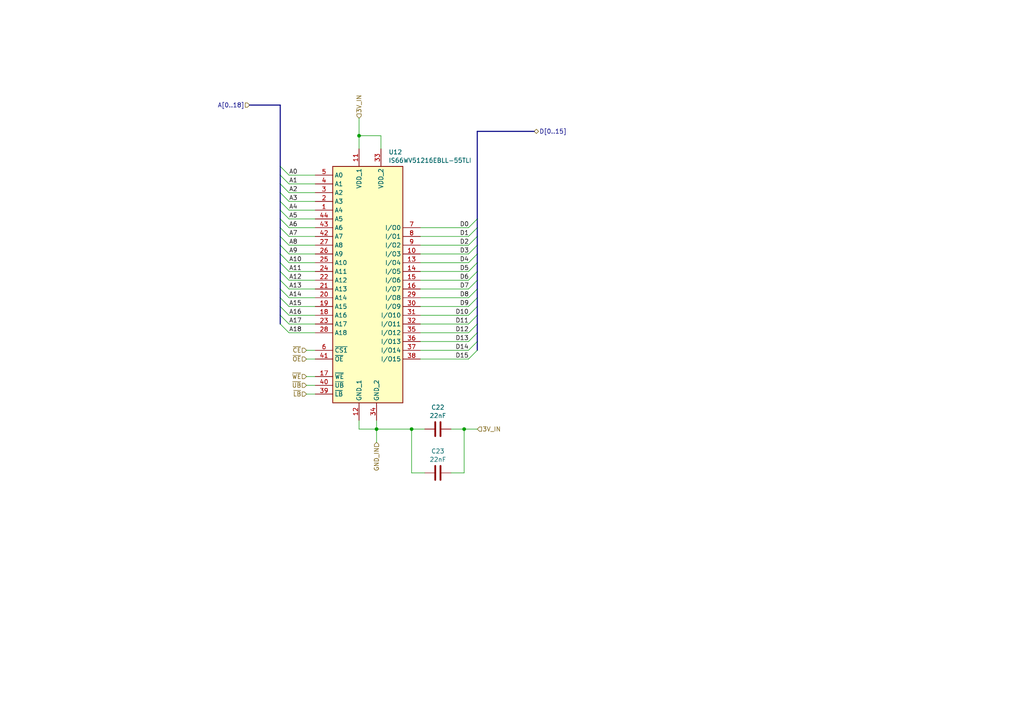
<source format=kicad_sch>
(kicad_sch (version 20231120) (generator "eeschema") (generator_version "8.0")
  (paper "A4")
  (title_block (title "SRAM connected to buses"))
  (lib_symbols
    (symbol "Device:C" (pin_numbers hide) (pin_names (offset 0.254))
      (property "Reference" "C" (at 0.635 2.54 0))
      (property "Value" "C" (at 0.635 -2.54 0))
      (symbol "C_0_1"
        (polyline (pts (xy -2.032 -0.762) (xy 2.032 -0.762)) (stroke (width 0.508)))
        (polyline (pts (xy -2.032 0.762) (xy 2.032 0.762)) (stroke (width 0.508)))
      )
      (symbol "C_1_1"
        (pin passive line (at 0 3.81 270) (length 2.794) (name "~") (number "1"))
        (pin passive line (at 0 -3.81 90) (length 2.794) (name "~") (number "2"))
      )
    )
    (symbol "IS66WV51216EBLL-55TLI:IS66WV51216EBLL-55TLI"
      (property "Reference" "IC" (at 26.67 7.62 0))
      (property "Value" "IS66WV51216EBLL-55TLI" (at 26.67 5.08 0))
      (symbol "IS66WV51216EBLL-55TLI_1_1"
        (rectangle (start 5.08 2.54) (end 25.4 -66.04) (stroke (width 0.254)) (fill (type background)))
        (pin passive line (at 0 -10.16 0) (length 5.08) (name "A4") (number "1"))
        (pin bidirectional line (at 30.48 -22.86 180) (length 5.08) (name "I/O3") (number "10"))
        (pin passive line (at 12.7 7.62 270) (length 5.08) (name "VDD_1") (number "11"))
        (pin passive line (at 12.7 -71.12 90) (length 5.08) (name "GND_1") (number "12"))
        (pin bidirectional line (at 30.48 -25.4 180) (length 5.08) (name "I/O4") (number "13"))
        (pin bidirectional line (at 30.48 -27.94 180) (length 5.08) (name "I/O5") (number "14"))
        (pin bidirectional line (at 30.48 -30.48 180) (length 5.08) (name "I/O6") (number "15"))
        (pin bidirectional line (at 30.48 -33.02 180) (length 5.08) (name "I/O7") (number "16"))
        (pin passive line (at 0 -58.42 0) (length 5.08) (name "~{WE}") (number "17"))
        (pin passive line (at 0 -40.64 0) (length 5.08) (name "A16") (number "18"))
        (pin passive line (at 0 -38.1 0) (length 5.08) (name "A15") (number "19"))
        (pin passive line (at 0 -7.62 0) (length 5.08) (name "A3") (number "2"))
        (pin passive line (at 0 -35.56 0) (length 5.08) (name "A14") (number "20"))
        (pin passive line (at 0 -33.02 0) (length 5.08) (name "A13") (number "21"))
        (pin passive line (at 0 -30.48 0) (length 5.08) (name "A12") (number "22"))
        (pin passive line (at 0 -43.18 0) (length 5.08) (name "A17") (number "23"))
        (pin passive line (at 0 -27.94 0) (length 5.08) (name "A11") (number "24"))
        (pin passive line (at 0 -25.4 0) (length 5.08) (name "A10") (number "25"))
        (pin passive line (at 0 -22.86 0) (length 5.08) (name "A9") (number "26"))
        (pin passive line (at 0 -20.32 0) (length 5.08) (name "A8") (number "27"))
        (pin passive line (at 0 -45.72 0) (length 5.08) (name "A18") (number "28"))
        (pin bidirectional line (at 30.48 -35.56 180) (length 5.08) (name "I/O8") (number "29"))
        (pin passive line (at 0 -5.08 0) (length 5.08) (name "A2") (number "3"))
        (pin bidirectional line (at 30.48 -38.1 180) (length 5.08) (name "I/O9") (number "30"))
        (pin bidirectional line (at 30.48 -40.64 180) (length 5.08) (name "I/O10") (number "31"))
        (pin bidirectional line (at 30.48 -43.18 180) (length 5.08) (name "I/O11") (number "32"))
        (pin passive line (at 19.05 7.62 270) (length 5.08) (name "VDD_2") (number "33"))
        (pin passive line (at 17.78 -71.12 90) (length 5.08) (name "GND_2") (number "34"))
        (pin bidirectional line (at 30.48 -45.72 180) (length 5.08) (name "I/O12") (number "35"))
        (pin bidirectional line (at 30.48 -48.26 180) (length 5.08) (name "I/O13") (number "36"))
        (pin bidirectional line (at 30.48 -50.8 180) (length 5.08) (name "I/O14") (number "37"))
        (pin bidirectional line (at 30.48 -53.34 180) (length 5.08) (name "I/O15") (number "38"))
        (pin passive line (at 0 -63.5 0) (length 5.08) (name "~{LB}") (number "39"))
        (pin passive line (at 0 -2.54 0) (length 5.08) (name "A1") (number "4"))
        (pin passive line (at 0 -60.96 0) (length 5.08) (name "~{UB}") (number "40"))
        (pin passive line (at 0 -53.34 0) (length 5.08) (name "~{OE}") (number "41"))
        (pin passive line (at 0 -17.78 0) (length 5.08) (name "A7") (number "42"))
        (pin passive line (at 0 -15.24 0) (length 5.08) (name "A6") (number "43"))
        (pin passive line (at 0 -12.7 0) (length 5.08) (name "A5") (number "44"))
        (pin passive line (at 0 0 0) (length 5.08) (name "A0") (number "5"))
        (pin passive line (at 0 -50.8 0) (length 5.08) (name "~{CS1}") (number "6"))
        (pin bidirectional line (at 30.48 -15.24 180) (length 5.08) (name "I/O0") (number "7"))
        (pin bidirectional line (at 30.48 -17.78 180) (length 5.08) (name "I/O1") (number "8"))
        (pin bidirectional line (at 30.48 -20.32 180) (length 5.08) (name "I/O2") (number "9"))
      )
    )
  )
  (junction (at 109.22 124.46))
  (junction (at 119.38 124.46))
  (junction (at 134.62 124.46))
  (junction (at 104.14 39.37))
  (bus_entry (at 138.43 96.52) (size -2.54 2.54))
  (bus_entry (at 81.28 93.98) (size 2.54 2.54))
  (bus_entry (at 81.28 63.5) (size 2.54 2.54))
  (bus_entry (at 138.43 88.9) (size -2.54 2.54))
  (bus_entry (at 138.43 101.6) (size -2.54 2.54))
  (bus_entry (at 138.43 86.36) (size -2.54 2.54))
  (bus_entry (at 81.28 68.58) (size 2.54 2.54))
  (bus_entry (at 81.28 88.9) (size 2.54 2.54))
  (bus_entry (at 81.28 91.44) (size 2.54 2.54))
  (bus_entry (at 81.28 53.34) (size 2.54 2.54))
  (bus_entry (at 81.28 73.66) (size 2.54 2.54))
  (bus_entry (at 138.43 81.28) (size -2.54 2.54))
  (bus_entry (at 138.43 93.98) (size -2.54 2.54))
  (bus_entry (at 81.28 48.26) (size 2.54 2.54))
  (bus_entry (at 81.28 71.12) (size 2.54 2.54))
  (bus_entry (at 138.43 78.74) (size -2.54 2.54))
  (bus_entry (at 138.43 66.04) (size -2.54 2.54))
  (bus_entry (at 138.43 71.12) (size -2.54 2.54))
  (bus_entry (at 81.28 60.96) (size 2.54 2.54))
  (bus_entry (at 81.28 58.42) (size 2.54 2.54))
  (bus_entry (at 138.43 63.5) (size -2.54 2.54))
  (bus_entry (at 81.28 66.04) (size 2.54 2.54))
  (bus_entry (at 81.28 50.8) (size 2.54 2.54))
  (bus_entry (at 81.28 78.74) (size 2.54 2.54))
  (bus_entry (at 81.28 83.82) (size 2.54 2.54))
  (bus_entry (at 138.43 83.82) (size -2.54 2.54))
  (bus_entry (at 138.43 73.66) (size -2.54 2.54))
  (bus_entry (at 138.43 91.44) (size -2.54 2.54))
  (bus_entry (at 81.28 76.2) (size 2.54 2.54))
  (bus_entry (at 138.43 76.2) (size -2.54 2.54))
  (bus_entry (at 81.28 81.28) (size 2.54 2.54))
  (bus_entry (at 138.43 99.06) (size -2.54 2.54))
  (bus_entry (at 81.28 86.36) (size 2.54 2.54))
  (bus_entry (at 81.28 55.88) (size 2.54 2.54))
  (bus_entry (at 138.43 68.58) (size -2.54 2.54))
  (wire (pts (xy 119.38 124.46) (xy 123.19 124.46)))
  (bus (pts (xy 138.43 96.52) (xy 138.43 99.06)))
  (wire (pts (xy 88.9 101.6) (xy 91.44 101.6)))
  (bus (pts (xy 138.43 38.1) (xy 138.43 63.5)))
  (bus (pts (xy 138.43 78.74) (xy 138.43 81.28)))
  (bus (pts (xy 81.28 50.8) (xy 81.28 53.34)))
  (wire (pts (xy 88.9 111.76) (xy 91.44 111.76)))
  (wire (pts (xy 121.92 101.6) (xy 135.89 101.6)))
  (bus (pts (xy 138.43 73.66) (xy 138.43 76.2)))
  (bus (pts (xy 81.28 83.82) (xy 81.28 86.36)))
  (wire (pts (xy 121.92 68.58) (xy 135.89 68.58)))
  (bus (pts (xy 154.94 38.1) (xy 138.43 38.1)))
  (bus (pts (xy 81.28 68.58) (xy 81.28 71.12)))
  (wire (pts (xy 130.81 124.46) (xy 134.62 124.46)))
  (wire (pts (xy 83.82 86.36) (xy 91.44 86.36)))
  (bus (pts (xy 81.28 30.48) (xy 81.28 48.26)))
  (wire (pts (xy 83.82 78.74) (xy 91.44 78.74)))
  (bus (pts (xy 138.43 99.06) (xy 138.43 101.6)))
  (bus (pts (xy 81.28 48.26) (xy 81.28 50.8)))
  (wire (pts (xy 83.82 60.96) (xy 91.44 60.96)))
  (wire (pts (xy 83.82 66.04) (xy 91.44 66.04)))
  (wire (pts (xy 121.92 96.52) (xy 135.89 96.52)))
  (bus (pts (xy 138.43 91.44) (xy 138.43 93.98)))
  (bus (pts (xy 81.28 58.42) (xy 81.28 60.96)))
  (wire (pts (xy 121.92 66.04) (xy 135.89 66.04)))
  (wire (pts (xy 121.92 88.9) (xy 135.89 88.9)))
  (bus (pts (xy 81.28 63.5) (xy 81.28 66.04)))
  (wire (pts (xy 104.14 39.37) (xy 110.49 39.37)))
  (wire (pts (xy 104.14 34.29) (xy 104.14 39.37)))
  (wire (pts (xy 121.92 81.28) (xy 135.89 81.28)))
  (wire (pts (xy 130.81 137.16) (xy 134.62 137.16)))
  (wire (pts (xy 121.92 91.44) (xy 135.89 91.44)))
  (bus (pts (xy 81.28 88.9) (xy 81.28 91.44)))
  (bus (pts (xy 138.43 83.82) (xy 138.43 86.36)))
  (wire (pts (xy 83.82 93.98) (xy 91.44 93.98)))
  (wire (pts (xy 83.82 53.34) (xy 91.44 53.34)))
  (wire (pts (xy 83.82 81.28) (xy 91.44 81.28)))
  (wire (pts (xy 121.92 78.74) (xy 135.89 78.74)))
  (bus (pts (xy 138.43 63.5) (xy 138.43 66.04)))
  (bus (pts (xy 138.43 66.04) (xy 138.43 68.58)))
  (bus (pts (xy 81.28 71.12) (xy 81.28 73.66)))
  (wire (pts (xy 109.22 124.46) (xy 119.38 124.46)))
  (wire (pts (xy 109.22 121.92) (xy 109.22 124.46)))
  (bus (pts (xy 138.43 71.12) (xy 138.43 73.66)))
  (wire (pts (xy 83.82 91.44) (xy 91.44 91.44)))
  (bus (pts (xy 81.28 53.34) (xy 81.28 55.88)))
  (wire (pts (xy 83.82 76.2) (xy 91.44 76.2)))
  (bus (pts (xy 81.28 60.96) (xy 81.28 63.5)))
  (bus (pts (xy 72.39 30.48) (xy 81.28 30.48)))
  (wire (pts (xy 134.62 124.46) (xy 138.43 124.46)))
  (wire (pts (xy 121.92 71.12) (xy 135.89 71.12)))
  (bus (pts (xy 81.28 78.74) (xy 81.28 81.28)))
  (wire (pts (xy 83.82 83.82) (xy 91.44 83.82)))
  (wire (pts (xy 121.92 73.66) (xy 135.89 73.66)))
  (wire (pts (xy 109.22 124.46) (xy 109.22 128.27)))
  (wire (pts (xy 83.82 58.42) (xy 91.44 58.42)))
  (wire (pts (xy 88.9 104.14) (xy 91.44 104.14)))
  (bus (pts (xy 81.28 66.04) (xy 81.28 68.58)))
  (wire (pts (xy 121.92 76.2) (xy 135.89 76.2)))
  (wire (pts (xy 121.92 93.98) (xy 135.89 93.98)))
  (bus (pts (xy 81.28 86.36) (xy 81.28 88.9)))
  (wire (pts (xy 123.19 137.16) (xy 119.38 137.16)))
  (wire (pts (xy 110.49 39.37) (xy 110.49 43.18)))
  (bus (pts (xy 138.43 68.58) (xy 138.43 71.12)))
  (wire (pts (xy 83.82 88.9) (xy 91.44 88.9)))
  (bus (pts (xy 138.43 93.98) (xy 138.43 96.52)))
  (bus (pts (xy 81.28 55.88) (xy 81.28 58.42)))
  (wire (pts (xy 83.82 63.5) (xy 91.44 63.5)))
  (wire (pts (xy 83.82 50.8) (xy 91.44 50.8)))
  (wire (pts (xy 121.92 99.06) (xy 135.89 99.06)))
  (bus (pts (xy 138.43 86.36) (xy 138.43 88.9)))
  (bus (pts (xy 81.28 81.28) (xy 81.28 83.82)))
  (wire (pts (xy 83.82 68.58) (xy 91.44 68.58)))
  (wire (pts (xy 119.38 137.16) (xy 119.38 124.46)))
  (wire (pts (xy 83.82 96.52) (xy 91.44 96.52)))
  (wire (pts (xy 104.14 43.18) (xy 104.14 39.37)))
  (bus (pts (xy 81.28 76.2) (xy 81.28 78.74)))
  (wire (pts (xy 83.82 55.88) (xy 91.44 55.88)))
  (wire (pts (xy 88.9 114.3) (xy 91.44 114.3)))
  (bus (pts (xy 138.43 81.28) (xy 138.43 83.82)))
  (wire (pts (xy 104.14 124.46) (xy 109.22 124.46)))
  (wire (pts (xy 88.9 109.22) (xy 91.44 109.22)))
  (bus (pts (xy 81.28 73.66) (xy 81.28 76.2)))
  (wire (pts (xy 104.14 121.92) (xy 104.14 124.46)))
  (wire (pts (xy 83.82 73.66) (xy 91.44 73.66)))
  (bus (pts (xy 138.43 76.2) (xy 138.43 78.74)))
  (bus (pts (xy 81.28 91.44) (xy 81.28 93.98)))
  (bus (pts (xy 138.43 88.9) (xy 138.43 91.44)))
  (wire (pts (xy 121.92 86.36) (xy 135.89 86.36)))
  (wire (pts (xy 134.62 137.16) (xy 134.62 124.46)))
  (wire (pts (xy 83.82 71.12) (xy 91.44 71.12)))
  (wire (pts (xy 121.92 104.14) (xy 135.89 104.14)))
  (wire (pts (xy 121.92 83.82) (xy 135.89 83.82)))
  (label "A10" (at 83.82 76.2 0))
  (label "A12" (at 83.82 81.28 0))
  (label "A5" (at 83.82 63.5 0))
  (label "D1" (at 133.35 68.58 0))
  (label "A4" (at 83.82 60.96 0))
  (label "D8" (at 133.35 86.36 0))
  (label "A15" (at 83.82 88.9 0))
  (label "A8" (at 83.82 71.12 0))
  (label "A17" (at 83.82 93.98 0))
  (label "A14" (at 83.82 86.36 0))
  (label "D11" (at 132.08 93.98 0))
  (label "D2" (at 133.35 71.12 0))
  (label "D6" (at 133.35 81.28 0))
  (label "D9" (at 133.35 88.9 0))
  (label "A6" (at 83.82 66.04 0))
  (label "A1" (at 83.82 53.34 0))
  (label "D15" (at 132.08 104.14 0))
  (label "A3" (at 83.82 58.42 0))
  (label "D7" (at 133.35 83.82 0))
  (label "A9" (at 83.82 73.66 0))
  (label "D12" (at 132.08 96.52 0))
  (label "A18" (at 83.82 96.52 0))
  (label "D0" (at 133.35 66.04 0))
  (label "A13" (at 83.82 83.82 0))
  (label "A0" (at 83.82 50.8 0))
  (label "D14" (at 132.08 101.6 0))
  (label "A16" (at 83.82 91.44 0))
  (label "A11" (at 83.82 78.74 0))
  (label "A7" (at 83.82 68.58 0))
  (label "A2" (at 83.82 55.88 0))
  (label "D4" (at 133.35 76.2 0))
  (label "D10" (at 132.08 91.44 0))
  (label "D13" (at 132.08 99.06 0))
  (label "D3" (at 133.35 73.66 0))
  (label "D5" (at 133.35 78.74 0))
  (hierarchical_label "~{CE}" (shape input) (at 88.9 101.6 180))
  (hierarchical_label "D[0..15]" (shape bidirectional) (at 154.94 38.1 0))
  (hierarchical_label "~{UB}" (shape input) (at 88.9 111.76 180))
  (hierarchical_label "GND_IN" (shape input) (at 109.22 128.27 270))
  (hierarchical_label "A[0..18]" (shape input) (at 72.39 30.48 180))
  (hierarchical_label "~{OE}" (shape input) (at 88.9 104.14 180))
  (hierarchical_label "3V_IN" (shape input) (at 138.43 124.46 0))
  (hierarchical_label "~{LB}" (shape input) (at 88.9 114.3 180))
  (hierarchical_label "3V_IN" (shape input) (at 104.14 34.29 90))
  (hierarchical_label "~{WE}" (shape input) (at 88.9 109.22 180))
  (symbol (lib_id "Device:C") (at 127 124.46 90) (unit 1)
    (property "Reference" "C22" (at 127 118.1565 90))
    (property "Value" "22nF" (at 127 120.5808 90))
    (property "Footprint" "Capacitor_SMD:C_1206_3216Metric" (effects (hide yes)))
    (property "Datasheet" "https://www.mouser.com/datasheet/2/447/KEM_C1002_X7R_SMD-3316098.pdf" (effects (hide yes)))
    (property "Description" "Unpolarized capacitor" (effects (hide yes)))
  )
  (symbol (lib_id "Device:C") (at 127 137.16 90) (unit 1)
    (property "Reference" "C23" (at 127 130.8565 90))
    (property "Value" "22nF" (at 127 133.2808 90))
    (property "Footprint" "Capacitor_SMD:C_1206_3216Metric" (effects (hide yes)))
    (property "Datasheet" "https://www.mouser.com/datasheet/2/447/KEM_C1002_X7R_SMD-3316098.pdf" (effects (hide yes)))
    (property "Description" "Unpolarized capacitor" (effects (hide yes)))
  )
  (symbol (lib_id "IS66WV51216EBLL-55TLI:IS66WV51216EBLL-55TLI") (at 91.44 50.8 0) (unit 1)
    (property "Reference" "U12" (at 112.6841 44.1155 0) (effects (justify left)))
    (property "Value" "IS66WV51216EBLL-55TLI" (at 112.6841 46.5398 0) (effects (justify left)))
    (property "Footprint" "Package_SO:TSOP-II-44_10.16x18.41mm_P0.8mm" (effects (hide yes)))
    (property "Datasheet" "https://www.mouser.com/datasheet/2/198/66WV51216EALL_EBLL-462627.pdf" (effects (hide yes)))
    (property "Description" "PSRAM 8Mbit (512Kx16) 60ns 2.5V-3.6V" (effects (hide yes)))
    (property "Height" "1.2" (effects (hide yes)))
    (property "Manufacturer_Name" "Integrated Silicon Solution Inc." (effects (hide yes)))
    (property "Manufacturer_Part_Number" "IS66WV51216EBLL-55TLI" (effects (hide yes)))
    (property "Mouser Part Number" "870-66WV512EBLL55TLI" (effects (hide yes)))
    (property "Mouser Price/Stock" "https://www.mouser.com/Search/Refine.aspx?Keyword=870-66WV512EBLL55TLI" (effects (hide yes)))
  )
)
</source>
